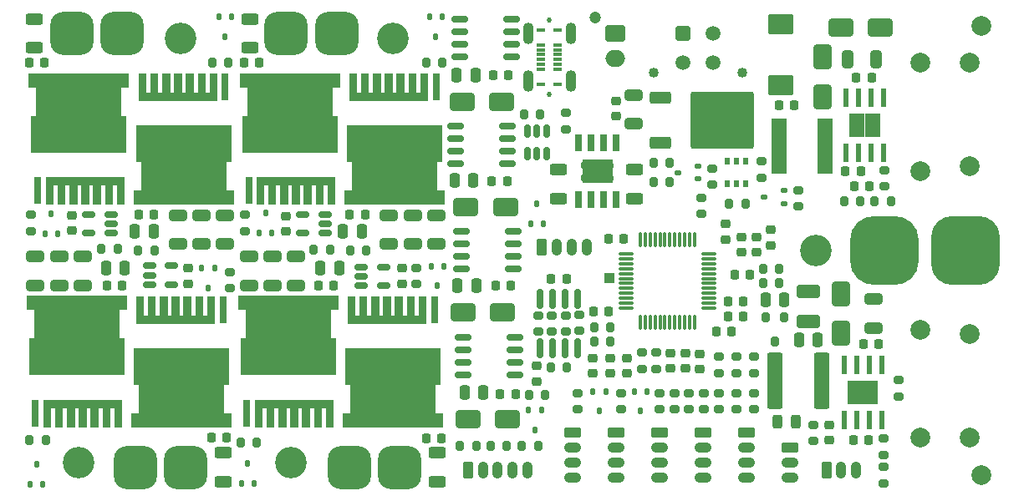
<source format=gts>
%TF.GenerationSoftware,KiCad,Pcbnew,9.0.2*%
%TF.CreationDate,2025-07-16T05:03:17+03:00*%
%TF.ProjectId,dcesc-ga25,64636573-632d-4676-9132-352e6b696361,rev?*%
%TF.SameCoordinates,Original*%
%TF.FileFunction,Soldermask,Top*%
%TF.FilePolarity,Negative*%
%FSLAX45Y45*%
G04 Gerber Fmt 4.5, Leading zero omitted, Abs format (unit mm)*
G04 Created by KiCad (PCBNEW 9.0.2) date 2025-07-16 05:03:17*
%MOMM*%
%LPD*%
G01*
G04 APERTURE LIST*
G04 Aperture macros list*
%AMRoundRect*
0 Rectangle with rounded corners*
0 $1 Rounding radius*
0 $2 $3 $4 $5 $6 $7 $8 $9 X,Y pos of 4 corners*
0 Add a 4 corners polygon primitive as box body*
4,1,4,$2,$3,$4,$5,$6,$7,$8,$9,$2,$3,0*
0 Add four circle primitives for the rounded corners*
1,1,$1+$1,$2,$3*
1,1,$1+$1,$4,$5*
1,1,$1+$1,$6,$7*
1,1,$1+$1,$8,$9*
0 Add four rect primitives between the rounded corners*
20,1,$1+$1,$2,$3,$4,$5,0*
20,1,$1+$1,$4,$5,$6,$7,0*
20,1,$1+$1,$6,$7,$8,$9,0*
20,1,$1+$1,$8,$9,$2,$3,0*%
%AMFreePoly0*
4,1,30,0.400000,-4.000000,-0.400000,-4.000000,-2.400000,-4.000000,-2.400000,-3.200000,-0.400000,-3.200000,-0.400000,-2.800000,-2.400000,-2.800000,-2.400000,-2.000000,-0.400000,-2.000000,-0.400000,-1.600000,-2.400000,-1.600000,-2.400000,-0.800000,-0.400000,-0.800000,-0.400000,-0.400000,-2.400000,-0.400000,-2.400000,0.400000,-0.400000,0.400000,-0.400000,0.800000,-2.400000,0.800000,-2.400000,1.600000,
-0.400000,1.600000,-0.400000,2.000000,-2.400000,2.000000,-2.400000,2.800000,-0.400000,2.800000,-0.400000,3.200000,-2.400000,3.200000,-2.400000,4.000000,0.400000,4.000000,0.400000,-4.000000,0.400000,-4.000000,$1*%
%AMFreePoly1*
4,1,13,2.850000,-5.050000,1.450000,-5.050000,1.450000,-4.350000,-1.450000,-4.350000,-1.450000,-4.850000,-5.150000,-4.850000,-5.150000,4.850000,-1.450000,4.850000,-1.450000,4.350000,1.450000,4.350000,1.450000,5.050000,2.850000,5.050000,2.850000,-5.050000,2.850000,-5.050000,$1*%
G04 Aperture macros list end*
%ADD10RoundRect,1.000000X0.000010X0.000010X-0.000010X0.000010X-0.000010X-0.000010X0.000010X-0.000010X0*%
%ADD11C,2.000000*%
%ADD12RoundRect,0.112500X0.237500X-0.112500X0.237500X0.112500X-0.237500X0.112500X-0.237500X-0.112500X0*%
%ADD13RoundRect,2.249998X-1.250002X-1.250002X1.250002X-1.250002X1.250002X1.250002X-1.250002X1.250002X0*%
%ADD14RoundRect,0.250000X-0.325000X-0.650000X0.325000X-0.650000X0.325000X0.650000X-0.325000X0.650000X0*%
%ADD15RoundRect,0.200000X0.275000X-0.200000X0.275000X0.200000X-0.275000X0.200000X-0.275000X-0.200000X0*%
%ADD16RoundRect,0.250000X0.250000X0.475000X-0.250000X0.475000X-0.250000X-0.475000X0.250000X-0.475000X0*%
%ADD17C,3.200000*%
%ADD18RoundRect,0.150000X0.675000X0.150000X-0.675000X0.150000X-0.675000X-0.150000X0.675000X-0.150000X0*%
%ADD19RoundRect,0.112500X-0.112500X-0.237500X0.112500X-0.237500X0.112500X0.237500X-0.112500X0.237500X0*%
%ADD20RoundRect,0.200000X0.200000X0.275000X-0.200000X0.275000X-0.200000X-0.275000X0.200000X-0.275000X0*%
%ADD21RoundRect,0.150000X-0.512500X-0.150000X0.512500X-0.150000X0.512500X0.150000X-0.512500X0.150000X0*%
%ADD22RoundRect,0.250000X-0.265000X-0.615000X0.265000X-0.615000X0.265000X0.615000X-0.265000X0.615000X0*%
%ADD23O,1.030000X1.730000*%
%ADD24RoundRect,0.225000X0.250000X-0.225000X0.250000X0.225000X-0.250000X0.225000X-0.250000X-0.225000X0*%
%ADD25RoundRect,0.200000X-0.275000X0.200000X-0.275000X-0.200000X0.275000X-0.200000X0.275000X0.200000X0*%
%ADD26RoundRect,0.200000X-0.200000X-0.275000X0.200000X-0.275000X0.200000X0.275000X-0.200000X0.275000X0*%
%ADD27RoundRect,0.150000X-0.150000X0.512500X-0.150000X-0.512500X0.150000X-0.512500X0.150000X0.512500X0*%
%ADD28RoundRect,0.250000X0.650000X-1.000000X0.650000X1.000000X-0.650000X1.000000X-0.650000X-1.000000X0*%
%ADD29RoundRect,0.150000X-0.150000X0.825000X-0.150000X-0.825000X0.150000X-0.825000X0.150000X0.825000X0*%
%ADD30RoundRect,0.250000X-1.000000X-0.650000X1.000000X-0.650000X1.000000X0.650000X-1.000000X0.650000X0*%
%ADD31C,1.020000*%
%ADD32RoundRect,0.250001X-0.499999X-0.499999X0.499999X-0.499999X0.499999X0.499999X-0.499999X0.499999X0*%
%ADD33C,1.500000*%
%ADD34R,0.510000X0.700000*%
%ADD35RoundRect,0.250000X-0.250000X-0.475000X0.250000X-0.475000X0.250000X0.475000X-0.250000X0.475000X0*%
%ADD36RoundRect,0.250000X0.625000X-0.312500X0.625000X0.312500X-0.625000X0.312500X-0.625000X-0.312500X0*%
%ADD37RoundRect,0.225000X-0.250000X0.225000X-0.250000X-0.225000X0.250000X-0.225000X0.250000X0.225000X0*%
%ADD38RoundRect,0.225000X0.225000X0.250000X-0.225000X0.250000X-0.225000X-0.250000X0.225000X-0.250000X0*%
%ADD39RoundRect,0.250000X1.000000X0.650000X-1.000000X0.650000X-1.000000X-0.650000X1.000000X-0.650000X0*%
%ADD40R,0.610000X1.910000*%
%ADD41R,1.550000X1.205000*%
%ADD42RoundRect,0.225000X-0.225000X-0.250000X0.225000X-0.250000X0.225000X0.250000X-0.225000X0.250000X0*%
%ADD43RoundRect,0.250000X-0.650000X0.325000X-0.650000X-0.325000X0.650000X-0.325000X0.650000X0.325000X0*%
%ADD44RoundRect,1.400000X0.800000X-0.800000X0.800000X0.800000X-0.800000X0.800000X-0.800000X-0.800000X0*%
%ADD45RoundRect,0.250000X0.550000X2.600000X-0.550000X2.600000X-0.550000X-2.600000X0.550000X-2.600000X0*%
%ADD46RoundRect,0.250000X-0.615000X0.265000X-0.615000X-0.265000X0.615000X-0.265000X0.615000X0.265000X0*%
%ADD47O,1.730000X1.030000*%
%ADD48RoundRect,0.150000X0.512500X0.150000X-0.512500X0.150000X-0.512500X-0.150000X0.512500X-0.150000X0*%
%ADD49R,0.800000X2.800000*%
%ADD50FreePoly0,270.000000*%
%ADD51FreePoly1,270.000000*%
%ADD52RoundRect,0.250000X0.650000X-0.325000X0.650000X0.325000X-0.650000X0.325000X-0.650000X-0.325000X0*%
%ADD53FreePoly0,90.000000*%
%ADD54FreePoly1,90.000000*%
%ADD55RoundRect,0.250000X1.045000X-0.785000X1.045000X0.785000X-1.045000X0.785000X-1.045000X-0.785000X0*%
%ADD56R,1.000000X1.000000*%
%ADD57RoundRect,0.112500X0.112500X0.237500X-0.112500X0.237500X-0.112500X-0.237500X0.112500X-0.237500X0*%
%ADD58RoundRect,0.250000X-0.625000X0.312500X-0.625000X-0.312500X0.625000X-0.312500X0.625000X0.312500X0*%
%ADD59RoundRect,0.218750X0.256250X-0.218750X0.256250X0.218750X-0.256250X0.218750X-0.256250X-0.218750X0*%
%ADD60R,3.100000X2.400000*%
%ADD61RoundRect,0.070000X0.250000X-0.800000X0.250000X0.800000X-0.250000X0.800000X-0.250000X-0.800000X0*%
%ADD62C,0.770000*%
%ADD63RoundRect,0.250000X0.945000X-0.420000X0.945000X0.420000X-0.945000X0.420000X-0.945000X-0.420000X0*%
%ADD64C,0.520000*%
%ADD65R,0.870000X0.300000*%
%ADD66O,1.100000X2.200000*%
%ADD67RoundRect,0.243750X-0.243750X-0.456250X0.243750X-0.456250X0.243750X0.456250X-0.243750X0.456250X0*%
%ADD68C,1.200000*%
%ADD69RoundRect,0.250000X-0.750000X0.600000X-0.750000X-0.600000X0.750000X-0.600000X0.750000X0.600000X0*%
%ADD70O,2.000000X1.700000*%
%ADD71RoundRect,2.559998X-0.940002X-0.940002X0.940002X-0.940002X0.940002X0.940002X-0.940002X0.940002X0*%
%ADD72RoundRect,1.000000X0.000011X0.000009X-0.000009X0.000011X-0.000011X-0.000009X0.000009X-0.000011X0*%
%ADD73RoundRect,0.250000X-0.850000X-0.350000X0.850000X-0.350000X0.850000X0.350000X-0.850000X0.350000X0*%
%ADD74RoundRect,0.249997X-2.950003X-2.650003X2.950003X-2.650003X2.950003X2.650003X-2.950003X2.650003X0*%
%ADD75RoundRect,0.075000X0.075000X-0.662500X0.075000X0.662500X-0.075000X0.662500X-0.075000X-0.662500X0*%
%ADD76RoundRect,0.075000X0.662500X-0.075000X0.662500X0.075000X-0.662500X0.075000X-0.662500X-0.075000X0*%
%ADD77RoundRect,1.000000X0.000009X0.000011X-0.000011X0.000009X-0.000009X-0.000011X0.000011X-0.000009X0*%
%ADD78RoundRect,0.200000X0.200000X0.300000X-0.200000X0.300000X-0.200000X-0.300000X0.200000X-0.300000X0*%
%ADD79R,1.600000X5.700000*%
%ADD80RoundRect,1.400000X-0.800000X0.800000X-0.800000X-0.800000X0.800000X-0.800000X0.800000X0.800000X0*%
G04 APERTURE END LIST*
D10*
%TO.C,C65*%
X19660000Y-5600000D03*
D11*
X19160000Y-5600000D03*
%TD*%
D12*
%TO.C,T9*%
X17780000Y-7025000D03*
X17780000Y-6895000D03*
X17580000Y-6960000D03*
%TD*%
D13*
%TO.C,J18*%
X19620000Y-7500000D03*
%TD*%
D14*
%TO.C,C1*%
X18422500Y-5560000D03*
X18717500Y-5560000D03*
%TD*%
D15*
%TO.C,R30*%
X17480000Y-9112500D03*
X17480000Y-8947500D03*
%TD*%
D16*
%TO.C,C51*%
X11395000Y-7310000D03*
X11205000Y-7310000D03*
%TD*%
D17*
%TO.C,H1*%
X10640000Y-9650000D03*
%TD*%
D18*
%TO.C,U12*%
X15025000Y-5540500D03*
X15025000Y-5413500D03*
X15025000Y-5286500D03*
X15025000Y-5159500D03*
X14500000Y-5159500D03*
X14500000Y-5286500D03*
X14500000Y-5413500D03*
X14500000Y-5540500D03*
%TD*%
D19*
%TO.C,D9*%
X12285000Y-9860000D03*
X12415000Y-9860000D03*
X12350000Y-9660000D03*
%TD*%
D17*
%TO.C,H4*%
X11670000Y-5350000D03*
%TD*%
D20*
%TO.C,R43*%
X10302500Y-9420000D03*
X10137500Y-9420000D03*
%TD*%
D15*
%TO.C,R31*%
X17300000Y-9112500D03*
X17300000Y-8947500D03*
%TD*%
D21*
%TO.C,U6*%
X13501250Y-7670000D03*
X13501250Y-7765000D03*
X13501250Y-7860000D03*
X13728750Y-7860000D03*
X13728750Y-7670000D03*
%TD*%
D22*
%TO.C,X8*%
X18210000Y-9725000D03*
D23*
X18360000Y-9725000D03*
X18510000Y-9725000D03*
%TD*%
D24*
%TO.C,C25*%
X17500000Y-7517500D03*
X17500000Y-7362500D03*
%TD*%
D25*
%TO.C,R2*%
X18800000Y-6687500D03*
X18800000Y-6852500D03*
%TD*%
D26*
%TO.C,R13*%
X17227500Y-7030000D03*
X17392500Y-7030000D03*
%TD*%
D27*
%TO.C,U15*%
X15375000Y-6290000D03*
X15280000Y-6290000D03*
X15185000Y-6290000D03*
X15185000Y-6517500D03*
X15280000Y-6517500D03*
X15375000Y-6517500D03*
%TD*%
D28*
%TO.C,D2*%
X18170000Y-5940000D03*
X18170000Y-5540000D03*
%TD*%
D29*
%TO.C,U14*%
X15690500Y-7992500D03*
X15563500Y-7992500D03*
X15436500Y-7992500D03*
X15309500Y-7992500D03*
X15309500Y-8487500D03*
X15436500Y-8487500D03*
X15563500Y-8487500D03*
X15690500Y-8487500D03*
%TD*%
D30*
%TO.C,D17*%
X14560000Y-7060000D03*
X14960000Y-7060000D03*
%TD*%
D31*
%TO.C,X1*%
X16460000Y-5694000D03*
X17360000Y-5694000D03*
D32*
X16760000Y-5300000D03*
D33*
X17060000Y-5300000D03*
X16760000Y-5600000D03*
X17060000Y-5600000D03*
%TD*%
D19*
%TO.C,D14*%
X12465000Y-7322500D03*
X12595000Y-7322500D03*
X12530000Y-7122500D03*
%TD*%
D20*
%TO.C,R19*%
X14972500Y-9480000D03*
X14807500Y-9480000D03*
%TD*%
D34*
%TO.C,T11*%
X17205000Y-6826000D03*
X17300000Y-6826000D03*
X17395000Y-6826000D03*
X17395000Y-6594000D03*
X17300000Y-6594000D03*
X17205000Y-6594000D03*
%TD*%
D35*
%TO.C,C50*%
X13085000Y-7680000D03*
X13275000Y-7680000D03*
%TD*%
D36*
%TO.C,R54*%
X12370000Y-5446250D03*
X12370000Y-5153750D03*
%TD*%
D15*
%TO.C,R56*%
X15570000Y-6272500D03*
X15570000Y-6107500D03*
%TD*%
D24*
%TO.C,C15*%
X16080000Y-6140000D03*
X16080000Y-5985000D03*
%TD*%
D37*
%TO.C,C44*%
X16780000Y-8542500D03*
X16780000Y-8697500D03*
%TD*%
D15*
%TO.C,R12*%
X17930000Y-7052500D03*
X17930000Y-6887500D03*
%TD*%
D38*
%TO.C,C21*%
X16157500Y-7380000D03*
X16002500Y-7380000D03*
%TD*%
D39*
%TO.C,D1*%
X18760000Y-5240000D03*
X18360000Y-5240000D03*
%TD*%
D40*
%TO.C,U2*%
X18389500Y-9218000D03*
X18516500Y-9218000D03*
X18643500Y-9218000D03*
X18770500Y-9218000D03*
X18770500Y-8662000D03*
X18643500Y-8662000D03*
X18516500Y-8662000D03*
X18389500Y-8662000D03*
D41*
X18502500Y-9000250D03*
X18657500Y-9000250D03*
X18502500Y-8879750D03*
X18657500Y-8879750D03*
%TD*%
D35*
%TO.C,C13*%
X17595000Y-8000000D03*
X17785000Y-8000000D03*
%TD*%
D38*
%TO.C,C5*%
X18557500Y-6700000D03*
X18402500Y-6700000D03*
%TD*%
D42*
%TO.C,C4*%
X18582500Y-8450250D03*
X18737500Y-8450250D03*
%TD*%
D43*
%TO.C,C62*%
X14260000Y-7142500D03*
X14260000Y-7437500D03*
%TD*%
D20*
%TO.C,R45*%
X12442500Y-9450000D03*
X12277500Y-9450000D03*
%TD*%
D44*
%TO.C,J7*%
X11080000Y-5300000D03*
%TD*%
%TO.C,J5*%
X13380000Y-9700000D03*
%TD*%
D16*
%TO.C,C52*%
X13505000Y-7310000D03*
X13315000Y-7310000D03*
%TD*%
D45*
%TO.C,L2*%
X18160000Y-8820000D03*
X17690000Y-8820000D03*
%TD*%
D46*
%TO.C,X5*%
X16960000Y-9350000D03*
D47*
X16960000Y-9500000D03*
X16960000Y-9650000D03*
X16960000Y-9800000D03*
%TD*%
D36*
%TO.C,R53*%
X10190000Y-5446250D03*
X10190000Y-5153750D03*
%TD*%
D26*
%TO.C,R1*%
X18387500Y-7000000D03*
X18552500Y-7000000D03*
%TD*%
%TO.C,R9*%
X16457500Y-6810000D03*
X16622500Y-6810000D03*
%TD*%
D40*
%TO.C,U1*%
X18409500Y-6508000D03*
X18536500Y-6508000D03*
X18663500Y-6508000D03*
X18790500Y-6508000D03*
X18790500Y-5952000D03*
X18663500Y-5952000D03*
X18536500Y-5952000D03*
X18409500Y-5952000D03*
D41*
X18522500Y-6290250D03*
X18677500Y-6290250D03*
X18522500Y-6169750D03*
X18677500Y-6169750D03*
%TD*%
D44*
%TO.C,J4*%
X11210000Y-9700000D03*
%TD*%
D48*
%TO.C,U7*%
X10967500Y-7325000D03*
X10967500Y-7230000D03*
X10967500Y-7135000D03*
X10740000Y-7135000D03*
X10740000Y-7325000D03*
%TD*%
D12*
%TO.C,T10*%
X16910000Y-6775000D03*
X16910000Y-6645000D03*
X16710000Y-6710000D03*
%TD*%
D49*
%TO.C,T7*%
X14260000Y-5845000D03*
D50*
X13780000Y-5945000D03*
D51*
X13840000Y-6750000D03*
%TD*%
D42*
%TO.C,C42*%
X17092500Y-8320000D03*
X17247500Y-8320000D03*
%TD*%
D35*
%TO.C,C46*%
X14545000Y-8940000D03*
X14735000Y-8940000D03*
%TD*%
D26*
%TO.C,R42*%
X15857500Y-8280000D03*
X16022500Y-8280000D03*
%TD*%
D52*
%TO.C,C55*%
X10680000Y-7857500D03*
X10680000Y-7562500D03*
%TD*%
D49*
%TO.C,T3*%
X12340000Y-9155000D03*
D53*
X12820000Y-9055000D03*
D54*
X12760000Y-8250000D03*
%TD*%
D46*
%TO.C,X6*%
X17400000Y-9350000D03*
D47*
X17400000Y-9500000D03*
X17400000Y-9650000D03*
X17400000Y-9800000D03*
%TD*%
D20*
%TO.C,R38*%
X13552500Y-7505000D03*
X13387500Y-7505000D03*
%TD*%
D19*
%TO.C,D12*%
X10295000Y-7330000D03*
X10425000Y-7330000D03*
X10360000Y-7130000D03*
%TD*%
D38*
%TO.C,C29*%
X15062500Y-8960000D03*
X14907500Y-8960000D03*
%TD*%
D24*
%TO.C,C35*%
X10570000Y-7297500D03*
X10570000Y-7142500D03*
%TD*%
D25*
%TO.C,R11*%
X17550000Y-6597500D03*
X17550000Y-6762500D03*
%TD*%
D52*
%TO.C,C57*%
X12600000Y-7857500D03*
X12600000Y-7562500D03*
%TD*%
D15*
%TO.C,R44*%
X12170000Y-7882500D03*
X12170000Y-7717500D03*
%TD*%
D20*
%TO.C,R41*%
X16022500Y-8420000D03*
X15857500Y-8420000D03*
%TD*%
D55*
%TO.C,C9*%
X17750000Y-5827000D03*
X17750000Y-5203000D03*
%TD*%
D42*
%TO.C,C37*%
X10922500Y-7860000D03*
X11077500Y-7860000D03*
%TD*%
D56*
%TO.C,TP1*%
X16010000Y-7780000D03*
%TD*%
D57*
%TO.C,D11*%
X12185000Y-5130000D03*
X12055000Y-5130000D03*
X12120000Y-5330000D03*
%TD*%
D28*
%TO.C,D3*%
X18360000Y-8340000D03*
X18360000Y-7940000D03*
%TD*%
D18*
%TO.C,U10*%
X15052500Y-8760500D03*
X15052500Y-8633500D03*
X15052500Y-8506500D03*
X15052500Y-8379500D03*
X14527500Y-8379500D03*
X14527500Y-8506500D03*
X14527500Y-8633500D03*
X14527500Y-8760500D03*
%TD*%
D15*
%TO.C,R27*%
X17480000Y-8742500D03*
X17480000Y-8577500D03*
%TD*%
D49*
%TO.C,T8*%
X12360000Y-6895000D03*
D53*
X12840000Y-6795000D03*
D54*
X12780000Y-5990000D03*
%TD*%
D20*
%TO.C,R37*%
X11402500Y-7500000D03*
X11237500Y-7500000D03*
%TD*%
D11*
%TO.C,FID2*%
X19780000Y-5220000D03*
%TD*%
D43*
%TO.C,C61*%
X11640000Y-7142500D03*
X11640000Y-7437500D03*
%TD*%
D37*
%TO.C,C20*%
X17190000Y-7232500D03*
X17190000Y-7387500D03*
%TD*%
D10*
%TO.C,C68*%
X19660000Y-9400000D03*
D11*
X19160000Y-9400000D03*
%TD*%
D19*
%TO.C,D7*%
X10145000Y-9870000D03*
X10275000Y-9870000D03*
X10210000Y-9670000D03*
%TD*%
D42*
%TO.C,C69*%
X11982500Y-9400000D03*
X12137500Y-9400000D03*
%TD*%
D37*
%TO.C,C34*%
X13910000Y-7682500D03*
X13910000Y-7837500D03*
%TD*%
D38*
%TO.C,C30*%
X14977500Y-6800000D03*
X14822500Y-6800000D03*
%TD*%
D25*
%TO.C,R50*%
X12320000Y-7137500D03*
X12320000Y-7302500D03*
%TD*%
D37*
%TO.C,C33*%
X11746250Y-7682500D03*
X11746250Y-7837500D03*
%TD*%
D15*
%TO.C,R4*%
X18790000Y-9575000D03*
X18790000Y-9410000D03*
%TD*%
D44*
%TO.C,J10*%
X13250000Y-5300000D03*
%TD*%
D15*
%TO.C,R23*%
X15690000Y-9112500D03*
X15690000Y-8947500D03*
%TD*%
D38*
%TO.C,C31*%
X14987500Y-5720000D03*
X14832500Y-5720000D03*
%TD*%
D24*
%TO.C,C26*%
X17350000Y-7517500D03*
X17350000Y-7362500D03*
%TD*%
D58*
%TO.C,R52*%
X14270000Y-9553750D03*
X14270000Y-9846250D03*
%TD*%
D59*
%TO.C,FB1*%
X17650000Y-7448750D03*
X17650000Y-7291250D03*
%TD*%
D25*
%TO.C,R17*%
X16340000Y-8537500D03*
X16340000Y-8702500D03*
%TD*%
D15*
%TO.C,R5*%
X18940000Y-8982500D03*
X18940000Y-8817500D03*
%TD*%
D25*
%TO.C,R33*%
X16520000Y-8947500D03*
X16520000Y-9112500D03*
%TD*%
D58*
%TO.C,R14*%
X15500000Y-6683750D03*
X15500000Y-6976250D03*
%TD*%
D37*
%TO.C,C18*%
X16630000Y-8542500D03*
X16630000Y-8697500D03*
%TD*%
D42*
%TO.C,C16*%
X15422500Y-7785997D03*
X15577500Y-7785997D03*
%TD*%
D21*
%TO.C,U5*%
X11352500Y-7657500D03*
X11352500Y-7752500D03*
X11352500Y-7847500D03*
X11580000Y-7847500D03*
X11580000Y-7657500D03*
%TD*%
D38*
%TO.C,C72*%
X12467500Y-5600000D03*
X12312500Y-5600000D03*
%TD*%
D35*
%TO.C,C12*%
X17935000Y-8410000D03*
X18125000Y-8410000D03*
%TD*%
D38*
%TO.C,C40*%
X13537500Y-7140000D03*
X13382500Y-7140000D03*
%TD*%
D25*
%TO.C,R63*%
X15570000Y-8157500D03*
X15570000Y-8322500D03*
%TD*%
D35*
%TO.C,C48*%
X14465000Y-5720000D03*
X14655000Y-5720000D03*
%TD*%
D49*
%TO.C,T5*%
X12120000Y-5845000D03*
D50*
X11640000Y-5945000D03*
D51*
X11700000Y-6750000D03*
%TD*%
D46*
%TO.C,X4*%
X16520000Y-9350000D03*
D47*
X16520000Y-9500000D03*
X16520000Y-9650000D03*
X16520000Y-9800000D03*
%TD*%
D52*
%TO.C,C54*%
X10440000Y-7857500D03*
X10440000Y-7562500D03*
%TD*%
D15*
%TO.C,R46*%
X14060000Y-7842500D03*
X14060000Y-7677500D03*
%TD*%
D22*
%TO.C,X11*%
X15330000Y-7465000D03*
D23*
X15480000Y-7465000D03*
X15630000Y-7465000D03*
X15780000Y-7465000D03*
%TD*%
D20*
%TO.C,R47*%
X12155000Y-5600000D03*
X11990000Y-5600000D03*
%TD*%
D15*
%TO.C,R26*%
X16820000Y-9112500D03*
X16820000Y-8947500D03*
%TD*%
D43*
%TO.C,C63*%
X14020000Y-7142500D03*
X14020000Y-7437500D03*
%TD*%
D57*
%TO.C,D4*%
X16395000Y-8930000D03*
X16265000Y-8930000D03*
X16330000Y-9130000D03*
%TD*%
D46*
%TO.C,X9*%
X17840000Y-9500000D03*
D47*
X17840000Y-9650000D03*
X17840000Y-9800000D03*
%TD*%
D42*
%TO.C,C41*%
X17212500Y-8170000D03*
X17367500Y-8170000D03*
%TD*%
D15*
%TO.C,R25*%
X16970000Y-9112500D03*
X16970000Y-8947500D03*
%TD*%
D52*
%TO.C,C56*%
X12360000Y-7857500D03*
X12360000Y-7562500D03*
%TD*%
D25*
%TO.C,R21*%
X16490000Y-8537500D03*
X16490000Y-8702500D03*
%TD*%
D35*
%TO.C,C45*%
X14475000Y-7860000D03*
X14665000Y-7860000D03*
%TD*%
D30*
%TO.C,D18*%
X14520000Y-5990000D03*
X14920000Y-5990000D03*
%TD*%
D60*
%TO.C,U13*%
X15890000Y-6700000D03*
D61*
X15699500Y-6987500D03*
X15826500Y-6987500D03*
X15953500Y-6987500D03*
X16080500Y-6987500D03*
X16080500Y-6412500D03*
X15953500Y-6412500D03*
X15826500Y-6412500D03*
X15699500Y-6412500D03*
D62*
X15760000Y-6765000D03*
X15890000Y-6765000D03*
X16020000Y-6765000D03*
X15760000Y-6635000D03*
X15890000Y-6635000D03*
X16020000Y-6635000D03*
%TD*%
D63*
%TO.C,C11*%
X18030000Y-8224000D03*
X18030000Y-7916000D03*
%TD*%
D52*
%TO.C,C53*%
X10200000Y-7857500D03*
X10200000Y-7562500D03*
%TD*%
D57*
%TO.C,D5*%
X15975000Y-8930000D03*
X15845000Y-8930000D03*
X15910000Y-9130000D03*
%TD*%
D64*
%TO.C,X12*%
X15405000Y-5915000D03*
X15405000Y-5165000D03*
D65*
X15318500Y-5815000D03*
X15318500Y-5665000D03*
X15318500Y-5615000D03*
X15318500Y-5565000D03*
X15318500Y-5515000D03*
X15318500Y-5465000D03*
X15318500Y-5415000D03*
X15318500Y-5265000D03*
X15491500Y-5265000D03*
X15491500Y-5415000D03*
X15491500Y-5465000D03*
X15491500Y-5515000D03*
X15491500Y-5565000D03*
X15491500Y-5615000D03*
X15491500Y-5665000D03*
X15491500Y-5815000D03*
D66*
X15190000Y-5780000D03*
X15620000Y-5780000D03*
X15190000Y-5300000D03*
X15620000Y-5300000D03*
%TD*%
D35*
%TO.C,C47*%
X14445000Y-6790000D03*
X14635000Y-6790000D03*
%TD*%
D26*
%TO.C,R49*%
X14155000Y-5600000D03*
X14320000Y-5600000D03*
%TD*%
D20*
%TO.C,R18*%
X15292500Y-9480000D03*
X15127500Y-9480000D03*
%TD*%
D67*
%TO.C,D20*%
X17716250Y-9240000D03*
X17903750Y-9240000D03*
%TD*%
D58*
%TO.C,R15*%
X16270000Y-6683750D03*
X16270000Y-6976250D03*
%TD*%
D42*
%TO.C,C10*%
X17732500Y-6030000D03*
X17887500Y-6030000D03*
%TD*%
D17*
%TO.C,H2*%
X12790000Y-9650000D03*
%TD*%
D20*
%TO.C,R20*%
X14662500Y-9480000D03*
X14497500Y-9480000D03*
%TD*%
D42*
%TO.C,C70*%
X14160000Y-9410000D03*
X14315000Y-9410000D03*
%TD*%
D43*
%TO.C,C60*%
X11880000Y-7142500D03*
X11880000Y-7437500D03*
%TD*%
D38*
%TO.C,C39*%
X11397500Y-7140000D03*
X11242500Y-7140000D03*
%TD*%
D49*
%TO.C,T1*%
X10200000Y-9155000D03*
D53*
X10680000Y-9055000D03*
D54*
X10620000Y-8250000D03*
%TD*%
D42*
%TO.C,C7*%
X18492500Y-6850000D03*
X18647500Y-6850000D03*
%TD*%
D57*
%TO.C,D10*%
X14335000Y-7660000D03*
X14205000Y-7660000D03*
X14270000Y-7860000D03*
%TD*%
D46*
%TO.C,X3*%
X15640000Y-9350000D03*
D47*
X15640000Y-9500000D03*
X15640000Y-9650000D03*
X15640000Y-9800000D03*
%TD*%
D38*
%TO.C,C27*%
X17437500Y-7750000D03*
X17282500Y-7750000D03*
%TD*%
D26*
%TO.C,R36*%
X17567500Y-7830000D03*
X17732500Y-7830000D03*
%TD*%
D15*
%TO.C,R64*%
X15430000Y-8322500D03*
X15430000Y-8157500D03*
%TD*%
D42*
%TO.C,C3*%
X18512500Y-5750000D03*
X18667500Y-5750000D03*
%TD*%
D68*
%TO.C,X2*%
X15870000Y-5140000D03*
D69*
X16070000Y-5300000D03*
D70*
X16070000Y-5550000D03*
%TD*%
D42*
%TO.C,C8*%
X18482500Y-9420000D03*
X18637500Y-9420000D03*
%TD*%
D46*
%TO.C,X7*%
X16080000Y-9350000D03*
D47*
X16080000Y-9500000D03*
X16080000Y-9650000D03*
X16080000Y-9800000D03*
%TD*%
D15*
%TO.C,R62*%
X15290000Y-8322500D03*
X15290000Y-8157500D03*
%TD*%
D11*
%TO.C,FID1*%
X19780000Y-9780000D03*
%TD*%
D71*
%TO.C,J19*%
X18800000Y-7500000D03*
%TD*%
D17*
%TO.C,H5*%
X13820000Y-5350000D03*
%TD*%
D57*
%TO.C,D6*%
X15325000Y-9120000D03*
X15195000Y-9120000D03*
X15260000Y-9320000D03*
%TD*%
D52*
%TO.C,C58*%
X12840000Y-7857500D03*
X12840000Y-7562500D03*
%TD*%
D35*
%TO.C,C49*%
X10915000Y-7680000D03*
X11105000Y-7680000D03*
%TD*%
D38*
%TO.C,C71*%
X10287500Y-5600000D03*
X10132500Y-5600000D03*
%TD*%
D43*
%TO.C,C59*%
X12120000Y-7142500D03*
X12120000Y-7437500D03*
%TD*%
D72*
%TO.C,C67*%
X19660000Y-8350000D03*
D11*
X19161903Y-8306422D03*
%TD*%
D15*
%TO.C,R29*%
X17120000Y-8742500D03*
X17120000Y-8577500D03*
%TD*%
D19*
%TO.C,D19*%
X15215000Y-7230000D03*
X15345000Y-7230000D03*
X15280000Y-7030000D03*
%TD*%
D30*
%TO.C,D15*%
X14530000Y-8130000D03*
X14930000Y-8130000D03*
%TD*%
D57*
%TO.C,D13*%
X14320000Y-5130000D03*
X14190000Y-5130000D03*
X14255000Y-5330000D03*
%TD*%
D24*
%TO.C,C36*%
X12740000Y-7307500D03*
X12740000Y-7152500D03*
%TD*%
D26*
%TO.C,R55*%
X15145000Y-6120000D03*
X15310000Y-6120000D03*
%TD*%
D73*
%TO.C,T12*%
X16526000Y-5952000D03*
D74*
X17156000Y-6180000D03*
D73*
X16526000Y-6408000D03*
%TD*%
D25*
%TO.C,R48*%
X10150000Y-7137500D03*
X10150000Y-7302500D03*
%TD*%
D43*
%TO.C,C64*%
X13780000Y-7142500D03*
X13780000Y-7437500D03*
%TD*%
D44*
%TO.C,J3*%
X11720000Y-9700000D03*
%TD*%
D58*
%TO.C,R51*%
X12100000Y-9550000D03*
X12100000Y-9842500D03*
%TD*%
D20*
%TO.C,R40*%
X13182500Y-7490000D03*
X13017500Y-7490000D03*
%TD*%
D18*
%TO.C,U11*%
X14982500Y-6620500D03*
X14982500Y-6493500D03*
X14982500Y-6366500D03*
X14982500Y-6239500D03*
X14457500Y-6239500D03*
X14457500Y-6366500D03*
X14457500Y-6493500D03*
X14457500Y-6620500D03*
%TD*%
D49*
%TO.C,T4*%
X14240000Y-8105000D03*
D50*
X13760000Y-8205000D03*
D51*
X13820000Y-9010000D03*
%TD*%
D25*
%TO.C,R6*%
X18790000Y-9697500D03*
X18790000Y-9862500D03*
%TD*%
D48*
%TO.C,U8*%
X13133750Y-7325000D03*
X13133750Y-7230000D03*
X13133750Y-7135000D03*
X12906250Y-7135000D03*
X12906250Y-7325000D03*
%TD*%
D57*
%TO.C,D8*%
X12015000Y-7680000D03*
X11885000Y-7680000D03*
X11950000Y-7880000D03*
%TD*%
D24*
%TO.C,C6*%
X18240000Y-9425000D03*
X18240000Y-9270000D03*
%TD*%
D20*
%TO.C,R39*%
X11032500Y-7480000D03*
X10867500Y-7480000D03*
%TD*%
D15*
%TO.C,R8*%
X17050000Y-6832500D03*
X17050000Y-6667500D03*
%TD*%
D22*
%TO.C,X10*%
X14580000Y-9730000D03*
D23*
X14730000Y-9730000D03*
X14880000Y-9730000D03*
X15030000Y-9730000D03*
X15180000Y-9730000D03*
%TD*%
D15*
%TO.C,R7*%
X16940000Y-7130000D03*
X16940000Y-6965000D03*
%TD*%
D75*
%TO.C,U4*%
X16325000Y-8226250D03*
X16375000Y-8226250D03*
X16425000Y-8226250D03*
X16475000Y-8226250D03*
X16525000Y-8226250D03*
X16575000Y-8226250D03*
X16625000Y-8226250D03*
X16675000Y-8226250D03*
X16725000Y-8226250D03*
X16775000Y-8226250D03*
X16825000Y-8226250D03*
X16875000Y-8226250D03*
D76*
X17016250Y-8085000D03*
X17016250Y-8035000D03*
X17016250Y-7985000D03*
X17016250Y-7935000D03*
X17016250Y-7885000D03*
X17016250Y-7835000D03*
X17016250Y-7785000D03*
X17016250Y-7735000D03*
X17016250Y-7685000D03*
X17016250Y-7635000D03*
X17016250Y-7585000D03*
X17016250Y-7535000D03*
D75*
X16875000Y-7393750D03*
X16825000Y-7393750D03*
X16775000Y-7393750D03*
X16725000Y-7393750D03*
X16675000Y-7393750D03*
X16625000Y-7393750D03*
X16575000Y-7393750D03*
X16525000Y-7393750D03*
X16475000Y-7393750D03*
X16425000Y-7393750D03*
X16375000Y-7393750D03*
X16325000Y-7393750D03*
D76*
X16183750Y-7535000D03*
X16183750Y-7585000D03*
X16183750Y-7635000D03*
X16183750Y-7685000D03*
X16183750Y-7735000D03*
X16183750Y-7785000D03*
X16183750Y-7835000D03*
X16183750Y-7885000D03*
X16183750Y-7935000D03*
X16183750Y-7985000D03*
X16183750Y-8035000D03*
X16183750Y-8085000D03*
%TD*%
D15*
%TO.C,R61*%
X15710000Y-8317500D03*
X15710000Y-8152500D03*
%TD*%
D26*
%TO.C,R3*%
X18697500Y-7000000D03*
X18862500Y-7000000D03*
%TD*%
D42*
%TO.C,C43*%
X17212500Y-8020000D03*
X17367500Y-8020000D03*
%TD*%
D44*
%TO.C,J6*%
X13890000Y-9700000D03*
%TD*%
D77*
%TO.C,C66*%
X19660000Y-6650000D03*
D11*
X19161903Y-6693578D03*
%TD*%
D15*
%TO.C,R57*%
X18080000Y-9432500D03*
X18080000Y-9267500D03*
%TD*%
D52*
%TO.C,C14*%
X16260000Y-6217500D03*
X16260000Y-5922500D03*
%TD*%
D18*
%TO.C,U9*%
X15040000Y-7690500D03*
X15040000Y-7563500D03*
X15040000Y-7436500D03*
X15040000Y-7309500D03*
X14515000Y-7309500D03*
X14515000Y-7436500D03*
X14515000Y-7563500D03*
X14515000Y-7690500D03*
%TD*%
D37*
%TO.C,C17*%
X15280000Y-8672500D03*
X15280000Y-8827500D03*
%TD*%
D49*
%TO.C,T6*%
X10220000Y-6895000D03*
D53*
X10700000Y-6795000D03*
D54*
X10640000Y-5990000D03*
%TD*%
D37*
%TO.C,C32*%
X16930000Y-8552500D03*
X16930000Y-8707500D03*
%TD*%
D38*
%TO.C,C19*%
X16007500Y-8120000D03*
X15852500Y-8120000D03*
%TD*%
D37*
%TO.C,C22*%
X16190000Y-8592500D03*
X16190000Y-8747500D03*
%TD*%
D15*
%TO.C,R32*%
X17300000Y-8742500D03*
X17300000Y-8577500D03*
%TD*%
D20*
%TO.C,R24*%
X15362500Y-8970000D03*
X15197500Y-8970000D03*
%TD*%
D38*
%TO.C,C28*%
X15017500Y-7860000D03*
X14862500Y-7860000D03*
%TD*%
D30*
%TO.C,D16*%
X14580000Y-9210000D03*
X14980000Y-9210000D03*
%TD*%
D52*
%TO.C,C2*%
X18690000Y-8287500D03*
X18690000Y-7992500D03*
%TD*%
D26*
%TO.C,R10*%
X16457500Y-6610000D03*
X16622500Y-6610000D03*
%TD*%
D78*
%TO.C,U3*%
X17785000Y-8175000D03*
X17595000Y-8175000D03*
X17690000Y-8425000D03*
%TD*%
D15*
%TO.C,R28*%
X17120000Y-9112500D03*
X17120000Y-8947500D03*
%TD*%
D44*
%TO.C,J8*%
X10570000Y-5300000D03*
%TD*%
D26*
%TO.C,R35*%
X17567500Y-7690000D03*
X17732500Y-7690000D03*
%TD*%
D17*
%TO.C,H3*%
X18100000Y-7500000D03*
%TD*%
D37*
%TO.C,C23*%
X16020000Y-8592500D03*
X16020000Y-8747500D03*
%TD*%
D15*
%TO.C,R22*%
X16130000Y-9112500D03*
X16130000Y-8947500D03*
%TD*%
D42*
%TO.C,C38*%
X13062500Y-7860000D03*
X13217500Y-7860000D03*
%TD*%
D79*
%TO.C,L1*%
X18200000Y-6440000D03*
X17730000Y-6440000D03*
%TD*%
D37*
%TO.C,C24*%
X15840000Y-8592500D03*
X15840000Y-8747500D03*
%TD*%
D80*
%TO.C,J9*%
X12740000Y-5300000D03*
%TD*%
D20*
%TO.C,R16*%
X15582500Y-8690000D03*
X15417500Y-8690000D03*
%TD*%
D49*
%TO.C,T2*%
X12100000Y-8105000D03*
D50*
X11620000Y-8205000D03*
D51*
X11680000Y-9010000D03*
%TD*%
D25*
%TO.C,R34*%
X16670000Y-8947500D03*
X16670000Y-9112500D03*
%TD*%
M02*

</source>
